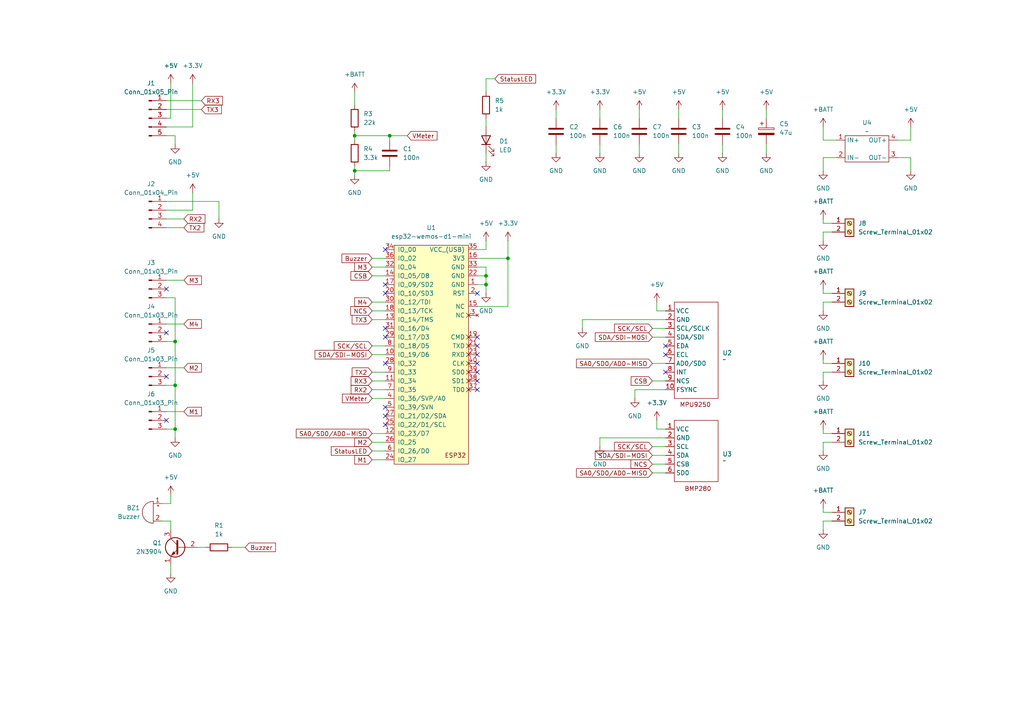
<source format=kicad_sch>
(kicad_sch (version 20250114) (generator "eeschema") (generator_version "9.0")
  (paper "A4")
  (lib_symbols
    (symbol "Connector:Conn_01x03_Pin" (pin_names (offset 1.016) (hide yes))
      (property "Reference" "J" (at 0 5.08 0))
      (property "Value" "Conn_01x03_Pin" (at 0 -5.08 0))
      (symbol "Conn_01x03_Pin_1_1"
        (rectangle (start 0.8636 2.667) (end 0 2.413) (stroke (width 0.1524)) (fill (type outline)))
        (rectangle (start 0.8636 0.127) (end 0 -0.127) (stroke (width 0.1524)) (fill (type outline)))
        (rectangle (start 0.8636 -2.413) (end 0 -2.667) (stroke (width 0.1524)) (fill (type outline)))
        (polyline (pts (xy 1.27 2.54) (xy 0.8636 2.54)) (stroke (width 0.1524)))
        (polyline (pts (xy 1.27 0) (xy 0.8636 0)) (stroke (width 0.1524)))
        (polyline (pts (xy 1.27 -2.54) (xy 0.8636 -2.54)) (stroke (width 0.1524)))
        (pin passive line (at 5.08 2.54 180) (length 3.81) (name "Pin_1") (number "1"))
        (pin passive line (at 5.08 0 180) (length 3.81) (name "Pin_2") (number "2"))
        (pin passive line (at 5.08 -2.54 180) (length 3.81) (name "Pin_3") (number "3"))
      )
    )
    (symbol "Connector:Conn_01x04_Pin" (pin_names (offset 1.016) (hide yes))
      (property "Reference" "J" (at 0 5.08 0))
      (property "Value" "Conn_01x04_Pin" (at 0 -7.62 0))
      (symbol "Conn_01x04_Pin_1_1"
        (rectangle (start 0.8636 2.667) (end 0 2.413) (stroke (width 0.1524)) (fill (type outline)))
        (rectangle (start 0.8636 0.127) (end 0 -0.127) (stroke (width 0.1524)) (fill (type outline)))
        (rectangle (start 0.8636 -2.413) (end 0 -2.667) (stroke (width 0.1524)) (fill (type outline)))
        (rectangle (start 0.8636 -4.953) (end 0 -5.207) (stroke (width 0.1524)) (fill (type outline)))
        (polyline (pts (xy 1.27 2.54) (xy 0.8636 2.54)) (stroke (width 0.1524)))
        (polyline (pts (xy 1.27 0) (xy 0.8636 0)) (stroke (width 0.1524)))
        (polyline (pts (xy 1.27 -2.54) (xy 0.8636 -2.54)) (stroke (width 0.1524)))
        (polyline (pts (xy 1.27 -5.08) (xy 0.8636 -5.08)) (stroke (width 0.1524)))
        (pin passive line (at 5.08 2.54 180) (length 3.81) (name "Pin_1") (number "1"))
        (pin passive line (at 5.08 0 180) (length 3.81) (name "Pin_2") (number "2"))
        (pin passive line (at 5.08 -2.54 180) (length 3.81) (name "Pin_3") (number "3"))
        (pin passive line (at 5.08 -5.08 180) (length 3.81) (name "Pin_4") (number "4"))
      )
    )
    (symbol "Connector:Conn_01x05_Pin" (pin_names (offset 1.016) (hide yes))
      (property "Reference" "J" (at 0 7.62 0))
      (property "Value" "Conn_01x05_Pin" (at 0 -7.62 0))
      (symbol "Conn_01x05_Pin_1_1"
        (rectangle (start 0.8636 5.207) (end 0 4.953) (stroke (width 0.1524)) (fill (type outline)))
        (rectangle (start 0.8636 2.667) (end 0 2.413) (stroke (width 0.1524)) (fill (type outline)))
        (rectangle (start 0.8636 0.127) (end 0 -0.127) (stroke (width 0.1524)) (fill (type outline)))
        (rectangle (start 0.8636 -2.413) (end 0 -2.667) (stroke (width 0.1524)) (fill (type outline)))
        (rectangle (start 0.8636 -4.953) (end 0 -5.207) (stroke (width 0.1524)) (fill (type outline)))
        (polyline (pts (xy 1.27 5.08) (xy 0.8636 5.08)) (stroke (width 0.1524)))
        (polyline (pts (xy 1.27 2.54) (xy 0.8636 2.54)) (stroke (width 0.1524)))
        (polyline (pts (xy 1.27 0) (xy 0.8636 0)) (stroke (width 0.1524)))
        (polyline (pts (xy 1.27 -2.54) (xy 0.8636 -2.54)) (stroke (width 0.1524)))
        (polyline (pts (xy 1.27 -5.08) (xy 0.8636 -5.08)) (stroke (width 0.1524)))
        (pin passive line (at 5.08 5.08 180) (length 3.81) (name "Pin_1") (number "1"))
        (pin passive line (at 5.08 2.54 180) (length 3.81) (name "Pin_2") (number "2"))
        (pin passive line (at 5.08 0 180) (length 3.81) (name "Pin_3") (number "3"))
        (pin passive line (at 5.08 -2.54 180) (length 3.81) (name "Pin_4") (number "4"))
        (pin passive line (at 5.08 -5.08 180) (length 3.81) (name "Pin_5") (number "5"))
      )
    )
    (symbol "Connector:Screw_Terminal_01x02" (pin_names (offset 1.016) (hide yes))
      (property "Reference" "J" (at 0 2.54 0))
      (property "Value" "Screw_Terminal_01x02" (at 0 -5.08 0))
      (symbol "Screw_Terminal_01x02_1_1"
        (rectangle (start -1.27 1.27) (end 1.27 -3.81) (stroke (width 0.254)) (fill (type background)))
        (polyline (pts (xy -0.5334 0.3302) (xy 0.3302 -0.508)) (stroke (width 0.1524)))
        (polyline (pts (xy -0.5334 -2.2098) (xy 0.3302 -3.048)) (stroke (width 0.1524)))
        (polyline (pts (xy -0.3556 0.508) (xy 0.508 -0.3302)) (stroke (width 0.1524)))
        (polyline (pts (xy -0.3556 -2.032) (xy 0.508 -2.8702)) (stroke (width 0.1524)))
        (circle (center 0 0) (radius 0.635) (stroke (width 0.1524)))
        (circle (center 0 -2.54) (radius 0.635) (stroke (width 0.1524)))
        (pin passive line (at -5.08 0 0) (length 3.81) (name "Pin_1") (number "1"))
        (pin passive line (at -5.08 -2.54 0) (length 3.81) (name "Pin_2") (number "2"))
      )
    )
    (symbol "Device:Buzzer" (pin_names (offset 0.0254) (hide yes))
      (property "Reference" "BZ" (at 3.81 1.27 0))
      (property "Value" "Buzzer" (at 3.81 -1.27 0))
      (symbol "Buzzer_0_1"
        (polyline (pts (xy -1.651 1.905) (xy -1.143 1.905)))
        (polyline (pts (xy -1.397 2.159) (xy -1.397 1.651)))
        (arc (start 0 3.175) (mid 3.1612 0) (end 0 -3.175))
        (polyline (pts (xy 0 3.175) (xy 0 -3.175)))
      )
      (symbol "Buzzer_1_1"
        (pin passive line (at -2.54 2.54 0) (length 2.54) (name "+") (number "1"))
        (pin passive line (at -2.54 -2.54 0) (length 2.54) (name "-") (number "2"))
      )
    )
    (symbol "Device:C" (pin_numbers (hide yes)) (pin_names (offset 0.254))
      (property "Reference" "C" (at 0.635 2.54 0))
      (property "Value" "C" (at 0.635 -2.54 0))
      (symbol "C_0_1"
        (polyline (pts (xy -2.032 0.762) (xy 2.032 0.762)) (stroke (width 0.508)))
        (polyline (pts (xy -2.032 -0.762) (xy 2.032 -0.762)) (stroke (width 0.508)))
      )
      (symbol "C_1_1"
        (pin passive line (at 0 3.81 270) (length 2.794) (name "~") (number "1"))
        (pin passive line (at 0 -3.81 90) (length 2.794) (name "~") (number "2"))
      )
    )
    (symbol "Device:C_Polarized" (pin_numbers (hide yes)) (pin_names (offset 0.254))
      (property "Reference" "C" (at 0.635 2.54 0))
      (property "Value" "C_Polarized" (at 0.635 -2.54 0))
      (symbol "C_Polarized_0_1"
        (rectangle (start -2.286 0.508) (end 2.286 1.016))
        (polyline (pts (xy -1.778 2.286) (xy -0.762 2.286)))
        (polyline (pts (xy -1.27 2.794) (xy -1.27 1.778)))
        (rectangle (start 2.286 -0.508) (end -2.286 -1.016) (fill (type outline)))
      )
      (symbol "C_Polarized_1_1"
        (pin passive line (at 0 3.81 270) (length 2.794) (name "~") (number "1"))
        (pin passive line (at 0 -3.81 90) (length 2.794) (name "~") (number "2"))
      )
    )
    (symbol "Device:LED" (pin_numbers (hide yes)) (pin_names (offset 1.016) (hide yes))
      (property "Reference" "D" (at 0 2.54 0))
      (property "Value" "LED" (at 0 -2.54 0))
      (symbol "LED_0_1"
        (polyline (pts (xy -3.048 -0.762) (xy -4.572 -2.286) (xy -3.81 -2.286) (xy -4.572 -2.286) (xy -4.572 -1.524)))
        (polyline (pts (xy -1.778 -0.762) (xy -3.302 -2.286) (xy -2.54 -2.286) (xy -3.302 -2.286) (xy -3.302 -1.524)))
        (polyline (pts (xy -1.27 0) (xy 1.27 0)))
        (polyline (pts (xy -1.27 -1.27) (xy -1.27 1.27)) (stroke (width 0.254)))
        (polyline (pts (xy 1.27 -1.27) (xy 1.27 1.27) (xy -1.27 0) (xy 1.27 -1.27)) (stroke (width 0.254)))
      )
      (symbol "LED_1_1"
        (pin passive line (at -3.81 0 0) (length 2.54) (name "K") (number "1"))
        (pin passive line (at 3.81 0 180) (length 2.54) (name "A") (number "2"))
      )
    )
    (symbol "Device:R" (pin_numbers (hide yes)) (pin_names (offset 0))
      (property "Reference" "R" (at 2.032 0 90))
      (property "Value" "R" (at 0 0 90))
      (symbol "R_0_1"
        (rectangle (start -1.016 -2.54) (end 1.016 2.54) (stroke (width 0.254)))
      )
      (symbol "R_1_1"
        (pin passive line (at 0 3.81 270) (length 1.27) (name "~") (number "1"))
        (pin passive line (at 0 -3.81 90) (length 1.27) (name "~") (number "2"))
      )
    )
    (symbol "Transistor_BJT:2N3904" (pin_names (offset 0) (hide yes))
      (property "Reference" "Q" (at 5.08 1.905 0))
      (property "Value" "2N3904" (at 5.08 0 0))
      (symbol "2N3904_0_1"
        (polyline (pts (xy -2.54 0) (xy 0.635 0)))
        (polyline (pts (xy 0.635 1.905) (xy 0.635 -1.905)) (stroke (width 0.508)))
        (circle (center 1.27 0) (radius 2.8194) (stroke (width 0.254)))
      )
      (symbol "2N3904_1_1"
        (polyline (pts (xy 0.635 0.635) (xy 2.54 2.54)))
        (polyline (pts (xy 0.635 -0.635) (xy 2.54 -2.54)))
        (polyline (pts (xy 1.27 -1.778) (xy 1.778 -1.27) (xy 2.286 -2.286) (xy 1.27 -1.778)) (fill (type outline)))
        (pin input line (at -5.08 0 0) (length 2.54) (name "B") (number "2"))
        (pin passive line (at 2.54 5.08 270) (length 2.54) (name "C") (number "3"))
        (pin passive line (at 2.54 -5.08 90) (length 2.54) (name "E") (number "1"))
      )
    )
    (symbol "esp32-wemos-d1-mini:bmp280"
      (property "Reference" "U" (at 0 0 0))
      (symbol "bmp280_0_1"
        (rectangle (start -6.35 -1.27) (end 6.35 -19.05))
      )
      (symbol "bmp280_1_1"
        (text "BMP280" (at 0.508 -21.082 0) (effects (font (size 1.27 1.27))))
        (pin power_in line (at -8.89 -3.81 0) (length 2.54) (name "VCC") (number "1"))
        (pin power_in line (at -8.89 -6.35 0) (length 2.54) (name "GND") (number "2"))
        (pin input line (at -8.89 -8.89 0) (length 2.54) (name "SCL") (number "3"))
        (pin bidirectional line (at -8.89 -11.43 0) (length 2.54) (name "SDA") (number "4"))
        (pin input line (at -8.89 -13.97 0) (length 2.54) (name "CSB") (number "5"))
        (pin output line (at -8.89 -16.51 0) (length 2.54) (name "SD0") (number "6"))
      )
    )
    (symbol "esp32-wemos-d1-mini:esp32-wemos-d1-mini" (pin_names (offset 1.016))
      (property "Reference" "U1" (at 0.635 3.81 0))
      (property "Value" "esp32-wemos-d1-mini" (at 0.635 1.27 0))
      (symbol "esp32-wemos-d1-mini_0_0"
        (text "ESP32" (at 7.62 -62.23 0) (effects (font (size 1.27 1.27))))
        (pin bidirectional line (at -12.7 -45.72 0) (length 2.54) (name "IO_36/SVP/A0") (number "4"))
        (pin bidirectional line (at -12.7 -48.26 0) (length 2.54) (name "IO_39/SVN") (number "5"))
        (pin power_in line (at 13.97 -12.7 180) (length 2.54) (name "GND") (number "1"))
        (pin input line (at 13.97 -15.24 180) (length 2.54) (name "RST") (number "2"))
        (pin no_connect non_logic (at 13.97 -21.59 180) (length 2.54) (name "NC") (number "3"))
      )
      (symbol "esp32-wemos-d1-mini_0_1"
        (rectangle (start -10.16 -1.27) (end 11.43 -64.77) (fill (type background)))
      )
      (symbol "esp32-wemos-d1-mini_1_1"
        (pin bidirectional line (at -12.7 -2.54 0) (length 2.54) (name "IO_00") (number "34"))
        (pin bidirectional line (at -12.7 -5.08 0) (length 2.54) (name "IO_02") (number "36"))
        (pin bidirectional line (at -12.7 -7.62 0) (length 2.54) (name "IO_04") (number "32"))
        (pin bidirectional line (at -12.7 -10.16 0) (length 2.54) (name "IO_05/D8") (number "14"))
        (pin bidirectional line (at -12.7 -12.7 0) (length 2.54) (name "IO_09/SD2") (number "17"))
        (pin bidirectional line (at -12.7 -15.24 0) (length 2.54) (name "IO_10/SD3") (number "20"))
        (pin bidirectional line (at -12.7 -17.78 0) (length 2.54) (name "IO_12/TDI") (number "30"))
        (pin bidirectional line (at -12.7 -20.32 0) (length 2.54) (name "IO_13/TCK") (number "18"))
        (pin bidirectional line (at -12.7 -22.86 0) (length 2.54) (name "IO_14/TMS") (number "13"))
        (pin bidirectional line (at -12.7 -25.4 0) (length 2.54) (name "IO_16/D4") (number "31"))
        (pin bidirectional line (at -12.7 -27.94 0) (length 2.54) (name "IO_17/D3") (number "29"))
        (pin bidirectional line (at -12.7 -30.48 0) (length 2.54) (name "IO_18/D5") (number "8"))
        (pin bidirectional line (at -12.7 -33.02 0) (length 2.54) (name "IO_19/D6") (number "10"))
        (pin bidirectional line (at -12.7 -35.56 0) (length 2.54) (name "IO_32") (number "28"))
        (pin bidirectional line (at -12.7 -38.1 0) (length 2.54) (name "IO_33") (number "9"))
        (pin bidirectional line (at -12.7 -40.64 0) (length 2.54) (name "IO_34") (number "11"))
        (pin bidirectional line (at -12.7 -43.18 0) (length 2.54) (name "IO_35") (number "7"))
        (pin bidirectional line (at -12.7 -50.8 0) (length 2.54) (name "IO_21/D2/SDA") (number "27"))
        (pin bidirectional line (at -12.7 -53.34 0) (length 2.54) (name "IO_22/D1/SCL") (number "25"))
        (pin bidirectional line (at -12.7 -55.88 0) (length 2.54) (name "IO_23/D7") (number "12"))
        (pin bidirectional line (at -12.7 -58.42 0) (length 2.54) (name "IO_25") (number "26"))
        (pin bidirectional line (at -12.7 -60.96 0) (length 2.54) (name "IO_26/D0") (number "6"))
        (pin bidirectional line (at -12.7 -63.5 0) (length 2.54) (name "IO_27") (number "24"))
        (pin power_in line (at 13.97 -2.54 180) (length 2.54) (name "VCC_(USB)") (number "35"))
        (pin power_in line (at 13.97 -5.08 180) (length 2.54) (name "3V3") (number "16"))
        (pin power_in line (at 13.97 -7.62 180) (length 2.54) (name "GND") (number "33"))
        (pin power_in line (at 13.97 -10.16 180) (length 2.54) (name "GND") (number "22"))
        (pin free line (at 13.97 -19.05 180) (length 2.54) (name "NC") (number "15"))
        (pin passive non_logic (at 13.97 -27.94 180) (length 2.54) (name "CMD") (number "19"))
        (pin passive non_logic (at 13.97 -30.48 180) (length 2.54) (name "TXD") (number "21"))
        (pin passive non_logic (at 13.97 -33.02 180) (length 2.54) (name "RXD") (number "23"))
        (pin passive non_logic (at 13.97 -35.56 180) (length 2.54) (name "CLK") (number "40"))
        (pin passive non_logic (at 13.97 -38.1 180) (length 2.54) (name "SD0") (number "39"))
        (pin passive non_logic (at 13.97 -40.64 180) (length 2.54) (name "SD1") (number "38"))
        (pin passive non_logic (at 13.97 -43.18 180) (length 2.54) (name "TD0") (number "37"))
      )
    )
    (symbol "esp32-wemos-d1-mini:xl4005 DC-DC stepdown module"
      (property "Reference" "U" (at 0 0 0))
      (symbol "xl4005 DC-DC stepdown module_0_1"
        (rectangle (start -6.35 -2.54) (end 6.35 -10.16))
      )
      (symbol "xl4005 DC-DC stepdown module_1_1"
        (pin power_in line (at -8.89 -3.81 0) (length 2.54) (name "IN+") (number "1"))
        (pin power_in line (at -8.89 -8.89 0) (length 2.54) (name "IN-") (number "2"))
        (pin power_out line (at 8.89 -3.81 180) (length 2.54) (name "OUT+") (number "4"))
        (pin power_out line (at 8.89 -8.89 180) (length 2.54) (name "OUT-") (number "3"))
      )
    )
    (symbol "mpu9250_1"
      (property "Reference" "U" (at 0 0 0))
      (symbol "mpu9250_1_0_1"
        (rectangle (start -6.35 -1.27) (end 6.35 -29.21))
      )
      (symbol "mpu9250_1_1_1"
        (text "MPU9250" (at -0.254 -30.988 0) (effects (font (size 1.27 1.27))))
        (pin power_in line (at -8.89 -3.81 0) (length 2.54) (name "VCC") (number "1"))
        (pin power_in line (at -8.89 -6.35 0) (length 2.54) (name "GND") (number "2"))
        (pin input line (at -8.89 -8.89 0) (length 2.54) (name "SCL/SCLK") (number "3"))
        (pin bidirectional line (at -8.89 -11.43 0) (length 2.54) (name "SDA/SDI") (number "4"))
        (pin output line (at -8.89 -13.97 0) (length 2.54) (name "EDA") (number "5"))
        (pin bidirectional line (at -8.89 -16.51 0) (length 2.54) (name "ECL") (number "6"))
        (pin bidirectional line (at -8.89 -19.05 0) (length 2.54) (name "AD0/SD0") (number "7"))
        (pin output line (at -8.89 -21.59 0) (length 2.54) (name "INT") (number "8"))
        (pin input line (at -8.89 -24.13 0) (length 2.54) (name "NCS") (number "9"))
        (pin output line (at -8.89 -26.67 0) (length 2.54) (name "FSYNC") (number "10"))
      )
    )
    (symbol "power:+3.3V" (power) (pin_numbers (hide yes)) (pin_names (offset 0) (hide yes))
      (property "Value" "+3.3V" (at 0 3.556 0))
      (symbol "+3.3V_0_1"
        (polyline (pts (xy -0.762 1.27) (xy 0 2.54)))
        (polyline (pts (xy 0 2.54) (xy 0.762 1.27)))
        (polyline (pts (xy 0 0) (xy 0 2.54)))
      )
      (symbol "+3.3V_1_1"
        (pin power_in line (at 0 0 90) (length 0) (name "~") (number "1"))
      )
    )
    (symbol "power:+5V" (power) (pin_numbers (hide yes)) (pin_names (offset 0) (hide yes))
      (property "Value" "+5V" (at 0 3.556 0))
      (symbol "+5V_0_1"
        (polyline (pts (xy -0.762 1.27) (xy 0 2.54)))
        (polyline (pts (xy 0 2.54) (xy 0.762 1.27)))
        (polyline (pts (xy 0 0) (xy 0 2.54)))
      )
      (symbol "+5V_1_1"
        (pin power_in line (at 0 0 90) (length 0) (name "~") (number "1"))
      )
    )
    (symbol "power:+BATT" (power) (pin_numbers (hide yes)) (pin_names (offset 0) (hide yes))
      (property "Value" "+BATT" (at 0 3.556 0))
      (symbol "+BATT_0_1"
        (polyline (pts (xy -0.762 1.27) (xy 0 2.54)))
        (polyline (pts (xy 0 2.54) (xy 0.762 1.27)))
        (polyline (pts (xy 0 0) (xy 0 2.54)))
      )
      (symbol "+BATT_1_1"
        (pin power_in line (at 0 0 90) (length 0) (name "~") (number "1"))
      )
    )
    (symbol "power:GND" (power) (pin_numbers (hide yes)) (pin_names (offset 0) (hide yes))
      (property "Value" "GND" (at 0 -3.81 0))
      (symbol "GND_0_1"
        (polyline (pts (xy 0 0) (xy 0 -1.27) (xy 1.27 -1.27) (xy 0 -2.54) (xy -1.27 -1.27) (xy 0 -1.27)))
      )
      (symbol "GND_1_1"
        (pin power_in line (at 0 0 270) (length 0) (name "~") (number "1"))
      )
    )
  )
  (junction (at 102.87 39.37))
  (junction (at 147.32 74.93))
  (junction (at 50.8 99.06))
  (junction (at 140.97 80.01))
  (junction (at 50.8 124.46))
  (junction (at 102.87 49.53))
  (junction (at 113.03 39.37))
  (junction (at 140.97 82.55))
  (junction (at 50.8 111.76))
  (no_connect (at 193.04 100.33))
  (no_connect (at 193.04 107.95))
  (no_connect (at 138.43 110.49))
  (no_connect (at 111.76 105.41))
  (no_connect (at 138.43 107.95))
  (no_connect (at 48.26 83.82))
  (no_connect (at 111.76 72.39))
  (no_connect (at 138.43 102.87))
  (no_connect (at 193.04 102.87))
  (no_connect (at 111.76 118.11))
  (no_connect (at 111.76 123.19))
  (no_connect (at 48.26 109.22))
  (no_connect (at 138.43 85.09))
  (no_connect (at 138.43 100.33))
  (no_connect (at 111.76 85.09))
  (no_connect (at 138.43 105.41))
  (no_connect (at 48.26 96.52))
  (no_connect (at 48.26 121.92))
  (no_connect (at 138.43 97.79))
  (no_connect (at 111.76 82.55))
  (no_connect (at 111.76 120.65))
  (no_connect (at 138.43 113.03))
  (no_connect (at 111.76 95.25))
  (no_connect (at 111.76 97.79))
  (wire (pts (xy 111.76 115.57) (xy 107.95 115.57)))
  (wire (pts (xy 57.15 158.75) (xy 59.69 158.75)))
  (wire (pts (xy 185.42 31.75) (xy 185.42 34.29)))
  (wire (pts (xy 241.3 148.59) (xy 238.76 148.59)))
  (wire (pts (xy 241.3 128.27) (xy 238.76 128.27)))
  (wire (pts (xy 238.76 67.31) (xy 238.76 69.85)))
  (wire (pts (xy 140.97 72.39) (xy 138.43 72.39)))
  (wire (pts (xy 107.95 113.03) (xy 111.76 113.03)))
  (wire (pts (xy 189.23 110.49) (xy 193.04 110.49)))
  (wire (pts (xy 138.43 80.01) (xy 140.97 80.01)))
  (wire (pts (xy 102.87 49.53) (xy 102.87 50.8)))
  (wire (pts (xy 241.3 105.41) (xy 238.76 105.41)))
  (wire (pts (xy 48.26 81.28) (xy 53.34 81.28)))
  (wire (pts (xy 238.76 40.64) (xy 238.76 36.83)))
  (wire (pts (xy 50.8 39.37) (xy 50.8 41.91)))
  (wire (pts (xy 189.23 95.25) (xy 193.04 95.25)))
  (wire (pts (xy 242.57 40.64) (xy 238.76 40.64)))
  (wire (pts (xy 147.32 74.93) (xy 138.43 74.93)))
  (wire (pts (xy 48.26 31.75) (xy 58.42 31.75)))
  (wire (pts (xy 107.95 128.27) (xy 111.76 128.27)))
  (wire (pts (xy 238.76 151.13) (xy 238.76 153.67)))
  (wire (pts (xy 161.29 31.75) (xy 161.29 34.29)))
  (wire (pts (xy 147.32 69.85) (xy 147.32 74.93)))
  (wire (pts (xy 107.95 92.71) (xy 111.76 92.71)))
  (wire (pts (xy 189.23 105.41) (xy 193.04 105.41)))
  (wire (pts (xy 107.95 133.35) (xy 111.76 133.35)))
  (wire (pts (xy 49.53 34.29) (xy 48.26 34.29)))
  (wire (pts (xy 46.99 151.13) (xy 49.53 151.13)))
  (wire (pts (xy 48.26 86.36) (xy 50.8 86.36)))
  (wire (pts (xy 50.8 99.06) (xy 50.8 111.76)))
  (wire (pts (xy 196.85 31.75) (xy 196.85 34.29)))
  (wire (pts (xy 189.23 129.54) (xy 193.04 129.54)))
  (wire (pts (xy 173.99 127) (xy 173.99 129.54)))
  (wire (pts (xy 49.53 163.83) (xy 49.53 166.37)))
  (wire (pts (xy 107.95 107.95) (xy 111.76 107.95)))
  (wire (pts (xy 48.26 58.42) (xy 63.5 58.42)))
  (wire (pts (xy 264.16 45.72) (xy 264.16 49.53)))
  (wire (pts (xy 241.3 67.31) (xy 238.76 67.31)))
  (wire (pts (xy 113.03 49.53) (xy 102.87 49.53)))
  (wire (pts (xy 48.26 66.04) (xy 53.34 66.04)))
  (wire (pts (xy 238.76 45.72) (xy 242.57 45.72)))
  (wire (pts (xy 241.3 151.13) (xy 238.76 151.13)))
  (wire (pts (xy 260.35 40.64) (xy 264.16 40.64)))
  (wire (pts (xy 140.97 22.86) (xy 140.97 26.67)))
  (wire (pts (xy 48.26 124.46) (xy 50.8 124.46)))
  (wire (pts (xy 238.76 85.09) (xy 238.76 83.82)))
  (wire (pts (xy 241.3 85.09) (xy 238.76 85.09)))
  (wire (pts (xy 168.91 92.71) (xy 168.91 95.25)))
  (wire (pts (xy 161.29 41.91) (xy 161.29 44.45)))
  (wire (pts (xy 143.51 22.86) (xy 140.97 22.86)))
  (wire (pts (xy 48.26 111.76) (xy 50.8 111.76)))
  (wire (pts (xy 241.3 107.95) (xy 238.76 107.95)))
  (wire (pts (xy 193.04 92.71) (xy 168.91 92.71)))
  (wire (pts (xy 241.3 87.63) (xy 238.76 87.63)))
  (wire (pts (xy 140.97 82.55) (xy 138.43 82.55)))
  (wire (pts (xy 238.76 107.95) (xy 238.76 110.49)))
  (wire (pts (xy 48.26 119.38) (xy 53.34 119.38)))
  (wire (pts (xy 102.87 38.1) (xy 102.87 39.37)))
  (wire (pts (xy 190.5 121.92) (xy 190.5 124.46)))
  (wire (pts (xy 238.76 125.73) (xy 238.76 124.46)))
  (wire (pts (xy 185.42 41.91) (xy 185.42 44.45)))
  (wire (pts (xy 190.5 87.63) (xy 190.5 90.17)))
  (wire (pts (xy 140.97 77.47) (xy 140.97 80.01)))
  (wire (pts (xy 48.26 36.83) (xy 55.88 36.83)))
  (wire (pts (xy 107.95 87.63) (xy 111.76 87.63)))
  (wire (pts (xy 193.04 113.03) (xy 184.15 113.03)))
  (wire (pts (xy 241.3 125.73) (xy 238.76 125.73)))
  (wire (pts (xy 140.97 80.01) (xy 140.97 82.55)))
  (wire (pts (xy 189.23 137.16) (xy 193.04 137.16)))
  (wire (pts (xy 241.3 64.77) (xy 238.76 64.77)))
  (wire (pts (xy 107.95 125.73) (xy 111.76 125.73)))
  (wire (pts (xy 196.85 41.91) (xy 196.85 44.45)))
  (wire (pts (xy 48.26 60.96) (xy 55.88 60.96)))
  (wire (pts (xy 49.53 146.05) (xy 46.99 146.05)))
  (wire (pts (xy 238.76 148.59) (xy 238.76 147.32)))
  (wire (pts (xy 113.03 39.37) (xy 118.11 39.37)))
  (wire (pts (xy 184.15 113.03) (xy 184.15 115.57)))
  (wire (pts (xy 107.95 130.81) (xy 111.76 130.81)))
  (wire (pts (xy 238.76 49.53) (xy 238.76 45.72)))
  (wire (pts (xy 140.97 34.29) (xy 140.97 36.83)))
  (wire (pts (xy 190.5 124.46) (xy 193.04 124.46)))
  (wire (pts (xy 55.88 36.83) (xy 55.88 24.13)))
  (wire (pts (xy 173.99 41.91) (xy 173.99 44.45)))
  (wire (pts (xy 49.53 143.51) (xy 49.53 146.05)))
  (wire (pts (xy 190.5 90.17) (xy 193.04 90.17)))
  (wire (pts (xy 48.26 93.98) (xy 53.34 93.98)))
  (wire (pts (xy 49.53 153.67) (xy 49.53 151.13)))
  (wire (pts (xy 49.53 24.13) (xy 49.53 34.29)))
  (wire (pts (xy 63.5 58.42) (xy 63.5 63.5)))
  (wire (pts (xy 138.43 88.9) (xy 147.32 88.9)))
  (wire (pts (xy 50.8 86.36) (xy 50.8 99.06)))
  (wire (pts (xy 222.25 41.91) (xy 222.25 44.45)))
  (wire (pts (xy 107.95 74.93) (xy 111.76 74.93)))
  (wire (pts (xy 107.95 80.01) (xy 111.76 80.01)))
  (wire (pts (xy 48.26 29.21) (xy 58.42 29.21)))
  (wire (pts (xy 138.43 77.47) (xy 140.97 77.47)))
  (wire (pts (xy 189.23 132.08) (xy 193.04 132.08)))
  (wire (pts (xy 55.88 60.96) (xy 55.88 55.88)))
  (wire (pts (xy 113.03 48.26) (xy 113.03 49.53)))
  (wire (pts (xy 48.26 106.68) (xy 53.34 106.68)))
  (wire (pts (xy 48.26 99.06) (xy 50.8 99.06)))
  (wire (pts (xy 189.23 97.79) (xy 193.04 97.79)))
  (wire (pts (xy 107.95 110.49) (xy 111.76 110.49)))
  (wire (pts (xy 102.87 39.37) (xy 113.03 39.37)))
  (wire (pts (xy 147.32 88.9) (xy 147.32 74.93)))
  (wire (pts (xy 189.23 134.62) (xy 193.04 134.62)))
  (wire (pts (xy 102.87 39.37) (xy 102.87 40.64)))
  (wire (pts (xy 107.95 102.87) (xy 111.76 102.87)))
  (wire (pts (xy 140.97 44.45) (xy 140.97 46.99)))
  (wire (pts (xy 238.76 105.41) (xy 238.76 104.14)))
  (wire (pts (xy 48.26 63.5) (xy 53.34 63.5)))
  (wire (pts (xy 238.76 128.27) (xy 238.76 130.81)))
  (wire (pts (xy 193.04 127) (xy 173.99 127)))
  (wire (pts (xy 238.76 87.63) (xy 238.76 90.17)))
  (wire (pts (xy 173.99 31.75) (xy 173.99 34.29)))
  (wire (pts (xy 264.16 40.64) (xy 264.16 36.83)))
  (wire (pts (xy 209.55 31.75) (xy 209.55 34.29)))
  (wire (pts (xy 238.76 64.77) (xy 238.76 63.5)))
  (wire (pts (xy 107.95 90.17) (xy 111.76 90.17)))
  (wire (pts (xy 222.25 31.75) (xy 222.25 34.29)))
  (wire (pts (xy 67.31 158.75) (xy 71.12 158.75)))
  (wire (pts (xy 50.8 124.46) (xy 50.8 127)))
  (wire (pts (xy 107.95 77.47) (xy 111.76 77.47)))
  (wire (pts (xy 102.87 48.26) (xy 102.87 49.53)))
  (wire (pts (xy 107.95 100.33) (xy 111.76 100.33)))
  (wire (pts (xy 140.97 69.85) (xy 140.97 72.39)))
  (wire (pts (xy 113.03 39.37) (xy 113.03 40.64)))
  (wire (pts (xy 50.8 111.76) (xy 50.8 124.46)))
  (wire (pts (xy 140.97 82.55) (xy 140.97 85.09)))
  (wire (pts (xy 102.87 26.67) (xy 102.87 30.48)))
  (wire (pts (xy 260.35 45.72) (xy 264.16 45.72)))
  (wire (pts (xy 209.55 41.91) (xy 209.55 44.45)))
  (wire (pts (xy 50.8 39.37) (xy 48.26 39.37)))
  (global_label "TX2" (shape input) (at 53.34 66.04 0) (property "Intersheetrefs" "${INTERSHEET_REFS}" (effects (hide yes))))
  (global_label "RX2" (shape input) (at 107.95 113.03 180) (property "Intersheetrefs" "${INTERSHEET_REFS}" (effects (hide yes))))
  (global_label "Buzzer" (shape input) (at 107.95 74.93 180) (property "Intersheetrefs" "${INTERSHEET_REFS}" (effects (hide yes))))
  (global_label "StatusLED" (shape input) (at 143.51 22.86 0) (property "Intersheetrefs" "${INTERSHEET_REFS}" (effects (hide yes))))
  (global_label "M3" (shape input) (at 53.34 81.28 0) (property "Intersheetrefs" "${INTERSHEET_REFS}" (effects (hide yes))))
  (global_label "M1" (shape input) (at 107.95 133.35 180) (property "Intersheetrefs" "${INTERSHEET_REFS}" (effects (hide yes))))
  (global_label "TX3" (shape input) (at 58.42 31.75 0) (property "Intersheetrefs" "${INTERSHEET_REFS}" (effects (hide yes))))
  (global_label "NCS" (shape input) (at 107.95 90.17 180) (property "Intersheetrefs" "${INTERSHEET_REFS}" (effects (hide yes))))
  (global_label "M4" (shape input) (at 107.95 87.63 180) (property "Intersheetrefs" "${INTERSHEET_REFS}" (effects (hide yes))))
  (global_label "M2" (shape input) (at 107.95 128.27 180) (property "Intersheetrefs" "${INTERSHEET_REFS}" (effects (hide yes))))
  (global_label "SA0{slash}SD0{slash}AD0-MISO" (shape input) (at 189.23 137.16 180) (property "Intersheetrefs" "${INTERSHEET_REFS}" (effects (hide yes))))
  (global_label "RX3" (shape input) (at 58.42 29.21 0) (property "Intersheetrefs" "${INTERSHEET_REFS}" (effects (hide yes))))
  (global_label "SDA{slash}SDI-MOSI" (shape input) (at 107.95 102.87 180) (property "Intersheetrefs" "${INTERSHEET_REFS}" (effects (hide yes))))
  (global_label "SCK{slash}SCL" (shape input) (at 107.95 100.33 180) (property "Intersheetrefs" "${INTERSHEET_REFS}" (effects (hide yes))))
  (global_label "SCK{slash}SCL" (shape input) (at 189.23 95.25 180) (property "Intersheetrefs" "${INTERSHEET_REFS}" (effects (hide yes))))
  (global_label "M3" (shape input) (at 107.95 77.47 180) (property "Intersheetrefs" "${INTERSHEET_REFS}" (effects (hide yes))))
  (global_label "M2" (shape input) (at 53.34 106.68 0) (property "Intersheetrefs" "${INTERSHEET_REFS}" (effects (hide yes))))
  (global_label "VMeter" (shape input) (at 118.11 39.37 0) (property "Intersheetrefs" "${INTERSHEET_REFS}" (effects (hide yes))))
  (global_label "Buzzer" (shape input) (at 71.12 158.75 0) (property "Intersheetrefs" "${INTERSHEET_REFS}" (effects (hide yes))))
  (global_label "SDA{slash}SDI-MOSI" (shape input) (at 189.23 132.08 180) (property "Intersheetrefs" "${INTERSHEET_REFS}" (effects (hide yes))))
  (global_label "M4" (shape input) (at 53.34 93.98 0) (property "Intersheetrefs" "${INTERSHEET_REFS}" (effects (hide yes))))
  (global_label "RX2" (shape input) (at 53.34 63.5 0) (property "Intersheetrefs" "${INTERSHEET_REFS}" (effects (hide yes))))
  (global_label "StatusLED" (shape input) (at 107.95 130.81 180) (property "Intersheetrefs" "${INTERSHEET_REFS}" (effects (hide yes))))
  (global_label "M1" (shape input) (at 53.34 119.38 0) (property "Intersheetrefs" "${INTERSHEET_REFS}" (effects (hide yes))))
  (global_label "RX3" (shape input) (at 107.95 110.49 180) (property "Intersheetrefs" "${INTERSHEET_REFS}" (effects (hide yes))))
  (global_label "CSB" (shape input) (at 189.23 110.49 180) (property "Intersheetrefs" "${INTERSHEET_REFS}" (effects (hide yes))))
  (global_label "TX2" (shape input) (at 107.95 107.95 180) (property "Intersheetrefs" "${INTERSHEET_REFS}" (effects (hide yes))))
  (global_label "SCK{slash}SCL" (shape input) (at 189.23 129.54 180) (property "Intersheetrefs" "${INTERSHEET_REFS}" (effects (hide yes))))
  (global_label "SA0{slash}SD0{slash}AD0-MISO" (shape input) (at 189.23 105.41 180) (property "Intersheetrefs" "${INTERSHEET_REFS}" (effects (hide yes))))
  (global_label "VMeter" (shape input) (at 107.95 115.57 180) (property "Intersheetrefs" "${INTERSHEET_REFS}" (effects (hide yes))))
  (global_label "SDA{slash}SDI-MOSI" (shape input) (at 189.23 97.79 180) (property "Intersheetrefs" "${INTERSHEET_REFS}" (effects (hide yes))))
  (global_label "NCS" (shape input) (at 189.23 134.62 180) (property "Intersheetrefs" "${INTERSHEET_REFS}" (effects (hide yes))))
  (global_label "CSB" (shape input) (at 107.95 80.01 180) (property "Intersheetrefs" "${INTERSHEET_REFS}" (effects (hide yes))))
  (global_label "TX3" (shape input) (at 107.95 92.71 180) (property "Intersheetrefs" "${INTERSHEET_REFS}" (effects (hide yes))))
  (global_label "SA0{slash}SD0{slash}AD0-MISO" (shape input) (at 107.95 125.73 180) (property "Intersheetrefs" "${INTERSHEET_REFS}" (effects (hide yes))))
  (symbol (lib_id "Connector:Screw_Terminal_01x02") (at 246.38 85.09 0) (unit 1)
    (property "Reference" "J9" (at 248.92 85.0899 0) (effects (justify left)))
    (property "Value" "Screw_Terminal_01x02" (at 248.92 87.6299 0) (effects (justify left)))
    (property "Footprint" "Connector_Wire:SolderWire-2.5sqmm_1x02_P8.8mm_D2.4mm_OD4.4mm" (effects (hide yes)))
    (property "Description" "Generic screw terminal, single row, 01x02, script generated (kicad-library-utils/schlib/autogen/connector/)" (effects (hide yes)))
  )
  (symbol (lib_id "Device:R") (at 102.87 34.29 0) (unit 1)
    (property "Reference" "R3" (at 105.41 33.0199 0) (effects (justify left)))
    (property "Value" "22k" (at 105.41 35.5599 0) (effects (justify left)))
    (property "Footprint" "Resistor_THT:R_Axial_DIN0207_L6.3mm_D2.5mm_P10.16mm_Horizontal" (effects (hide yes)))
    (property "Description" "Resistor" (effects (hide yes)))
  )
  (symbol (lib_id "power:GND") (at 238.76 153.67 0) (unit 1)
    (property "Reference" "#PWR042" (effects (hide yes)))
    (property "Value" "GND" (at 238.76 158.75 0))
    (property "Description" "Power symbol creates a global label with name \"GND\" , ground" (effects (hide yes)))
  )
  (symbol (lib_id "power:+3.3V") (at 161.29 31.75 0) (unit 1)
    (property "Reference" "#PWR016" (effects (hide yes)))
    (property "Value" "+3.3V" (at 161.29 26.67 0))
    (property "Description" "Power symbol creates a global label with name \"+3.3V\"" (effects (hide yes)))
  )
  (symbol (lib_id "power:GND") (at 238.76 69.85 0) (unit 1)
    (property "Reference" "#PWR033" (effects (hide yes)))
    (property "Value" "GND" (at 238.76 74.93 0))
    (property "Description" "Power symbol creates a global label with name \"GND\" , ground" (effects (hide yes)))
  )
  (symbol (lib_id "power:GND") (at 102.87 50.8 0) (unit 1)
    (property "Reference" "#PWR011" (effects (hide yes)))
    (property "Value" "GND" (at 102.87 55.88 0))
    (property "Description" "Power symbol creates a global label with name \"GND\" , ground" (effects (hide yes)))
  )
  (symbol (lib_id "power:GND") (at 168.91 95.25 0) (unit 1)
    (property "Reference" "#PWR018" (effects (hide yes)))
    (property "Value" "GND" (at 168.91 100.33 0))
    (property "Description" "Power symbol creates a global label with name \"GND\" , ground" (effects (hide yes)))
  )
  (symbol (lib_id "Connector:Screw_Terminal_01x02") (at 246.38 148.59 0) (unit 1)
    (property "Reference" "J7" (at 248.92 148.5899 0) (effects (justify left)))
    (property "Value" "Screw_Terminal_01x02" (at 248.92 151.1299 0) (effects (justify left)))
    (property "Footprint" "Connector_Wire:SolderWire-2.5sqmm_1x02_P8.8mm_D2.4mm_OD4.4mm" (effects (hide yes)))
    (property "Description" "Generic screw terminal, single row, 01x02, script generated (kicad-library-utils/schlib/autogen/connector/)" (effects (hide yes)))
  )
  (symbol (lib_id "Connector:Conn_01x03_Pin") (at 43.18 83.82 0) (unit 1)
    (property "Reference" "J3" (at 43.815 76.2 0))
    (property "Value" "Conn_01x03_Pin" (at 43.815 78.74 0))
    (property "Footprint" "Connector_PinHeader_2.54mm:PinHeader_1x03_P2.54mm_Vertical" (effects (hide yes)))
    (property "Description" "Generic connector, single row, 01x03, script generated" (effects (hide yes)))
  )
  (symbol (lib_id "power:+3.3V") (at 190.5 121.92 0) (unit 1)
    (property "Reference" "#PWR023" (effects (hide yes)))
    (property "Value" "+3.3V" (at 190.5 116.84 0))
    (property "Description" "Power symbol creates a global label with name \"+3.3V\"" (effects (hide yes)))
  )
  (symbol (lib_id "power:GND") (at 173.99 129.54 0) (unit 1)
    (property "Reference" "#PWR019" (effects (hide yes)))
    (property "Value" "GND" (at 173.99 134.62 0))
    (property "Description" "Power symbol creates a global label with name \"GND\" , ground" (effects (hide yes)))
  )
  (symbol (lib_id "Device:C") (at 113.03 44.45 0) (unit 1)
    (property "Reference" "C1" (at 116.84 43.1799 0) (effects (justify left)))
    (property "Value" "100n" (at 116.84 45.7199 0) (effects (justify left)))
    (property "Footprint" "Capacitor_THT:C_Axial_L3.8mm_D2.6mm_P7.50mm_Horizontal" (effects (hide yes)))
    (property "Description" "Unpolarized capacitor" (effects (hide yes)))
  )
  (symbol (lib_id "esp32-wemos-d1-mini:esp32-wemos-d1-mini") (at 124.46 69.85 0) (unit 1)
    (property "Reference" "U1" (at 125.095 66.04 0))
    (property "Value" "esp32-wemos-d1-mini" (at 125.095 68.58 0))
    (property "Footprint" "esp32-wemos-d1-mini:esp32-wemos-d1-mini" (effects (hide yes)))
  )
  (symbol (lib_id "power:+BATT") (at 102.87 26.67 0) (unit 1)
    (property "Reference" "#PWR050" (effects (hide yes)))
    (property "Value" "+BATT" (at 102.87 21.59 0))
    (property "Description" "Power symbol creates a global label with name \"+BATT\"" (effects (hide yes)))
  )
  (symbol (lib_id "Connector:Conn_01x04_Pin") (at 43.18 60.96 0) (unit 1)
    (property "Reference" "J2" (at 43.815 53.34 0))
    (property "Value" "Conn_01x04_Pin" (at 43.815 55.88 0))
    (property "Footprint" "Connector_PinHeader_2.54mm:PinHeader_1x04_P2.54mm_Vertical" (effects (hide yes)))
    (property "Description" "Generic connector, single row, 01x04, script generated" (effects (hide yes)))
  )
  (symbol (lib_id "power:GND") (at 238.76 130.81 0) (unit 1)
    (property "Reference" "#PWR039" (effects (hide yes)))
    (property "Value" "GND" (at 238.76 135.89 0))
    (property "Description" "Power symbol creates a global label with name \"GND\" , ground" (effects (hide yes)))
  )
  (symbol (lib_id "Device:C_Polarized") (at 222.25 38.1 0) (unit 1)
    (property "Reference" "C5" (at 226.06 35.9409 0) (effects (justify left)))
    (property "Value" "47u" (at 226.06 38.4809 0) (effects (justify left)))
    (property "Footprint" "Capacitor_THT:CP_Radial_Tantal_D7.0mm_P5.00mm" (effects (hide yes)))
    (property "Description" "Polarized capacitor" (effects (hide yes)))
  )
  (symbol (lib_id "Connector:Screw_Terminal_01x02") (at 246.38 64.77 0) (unit 1)
    (property "Reference" "J8" (at 248.92 64.7699 0) (effects (justify left)))
    (property "Value" "Screw_Terminal_01x02" (at 248.92 67.3099 0) (effects (justify left)))
    (property "Footprint" "Connector_Wire:SolderWire-2.5sqmm_1x02_P8.8mm_D2.4mm_OD4.4mm" (effects (hide yes)))
    (property "Description" "Generic screw terminal, single row, 01x02, script generated (kicad-library-utils/schlib/autogen/connector/)" (effects (hide yes)))
  )
  (symbol (lib_id "power:+BATT") (at 238.76 124.46 0) (unit 1)
    (property "Reference" "#PWR038" (effects (hide yes)))
    (property "Value" "+BATT" (at 238.76 119.38 0))
    (property "Description" "Power symbol creates a global label with name \"+BATT\"" (effects (hide yes)))
  )
  (symbol (lib_id "power:+5V") (at 140.97 69.85 0) (unit 1)
    (property "Reference" "#PWR013" (effects (hide yes)))
    (property "Value" "+5V" (at 140.97 64.77 0))
    (property "Description" "Power symbol creates a global label with name \"+5V\"" (effects (hide yes)))
  )
  (symbol (lib_id "Connector:Conn_01x03_Pin") (at 43.18 121.92 0) (unit 1)
    (property "Reference" "J6" (at 43.815 114.3 0))
    (property "Value" "Conn_01x03_Pin" (at 43.815 116.84 0))
    (property "Footprint" "Connector_PinHeader_2.54mm:PinHeader_1x03_P2.54mm_Vertical" (effects (hide yes)))
    (property "Description" "Generic connector, single row, 01x03, script generated" (effects (hide yes)))
  )
  (symbol (lib_id "Connector:Conn_01x03_Pin") (at 43.18 109.22 0) (unit 1)
    (property "Reference" "J5" (at 43.815 101.6 0))
    (property "Value" "Conn_01x03_Pin" (at 43.815 104.14 0))
    (property "Footprint" "Connector_PinHeader_2.54mm:PinHeader_1x03_P2.54mm_Vertical" (effects (hide yes)))
    (property "Description" "Generic connector, single row, 01x03, script generated" (effects (hide yes)))
  )
  (symbol (lib_id "esp32-wemos-d1-mini:bmp280") (at 201.93 120.65 0) (unit 1)
    (property "Reference" "U3" (at 209.55 131.7017 0) (effects (justify left)))
    (property "Value" "~" (at 209.55 133.6068 0) (effects (justify left)))
    (property "Footprint" "esp32-wemos-d1-mini:bmp280" (effects (hide yes)))
  )
  (symbol (lib_id "power:+5V") (at 222.25 31.75 0) (unit 1)
    (property "Reference" "#PWR026" (effects (hide yes)))
    (property "Value" "+5V" (at 222.25 26.67 0))
    (property "Description" "Power symbol creates a global label with name \"+5V\"" (effects (hide yes)))
  )
  (symbol (lib_id "power:GND") (at 140.97 46.99 0) (unit 1)
    (property "Reference" "#PWR012" (effects (hide yes)))
    (property "Value" "GND" (at 140.97 52.07 0))
    (property "Description" "Power symbol creates a global label with name \"GND\" , ground" (effects (hide yes)))
  )
  (symbol (lib_id "Device:C") (at 196.85 38.1 0) (unit 1)
    (property "Reference" "C3" (at 200.66 36.8299 0) (effects (justify left)))
    (property "Value" "100n" (at 200.66 39.3699 0) (effects (justify left)))
    (property "Footprint" "Capacitor_THT:C_Axial_L3.8mm_D2.6mm_P7.50mm_Horizontal" (effects (hide yes)))
    (property "Description" "Unpolarized capacitor" (effects (hide yes)))
  )
  (symbol (lib_id "Connector:Screw_Terminal_01x02") (at 246.38 105.41 0) (unit 1)
    (property "Reference" "J10" (at 248.92 105.4099 0) (effects (justify left)))
    (property "Value" "Screw_Terminal_01x02" (at 248.92 107.9499 0) (effects (justify left)))
    (property "Footprint" "Connector_Wire:SolderWire-2.5sqmm_1x02_P8.8mm_D2.4mm_OD4.4mm" (effects (hide yes)))
    (property "Description" "Generic screw terminal, single row, 01x02, script generated (kicad-library-utils/schlib/autogen/connector/)" (effects (hide yes)))
  )
  (symbol (lib_id "power:GND") (at 185.42 44.45 0) (unit 1)
    (property "Reference" "#PWR041" (effects (hide yes)))
    (property "Value" "GND" (at 185.42 49.53 0))
    (property "Description" "Power symbol creates a global label with name \"GND\" , ground" (effects (hide yes)))
  )
  (symbol (lib_id "power:GND") (at 238.76 49.53 0) (unit 1)
    (property "Reference" "#PWR031" (effects (hide yes)))
    (property "Value" "GND" (at 238.76 54.61 0))
    (property "Description" "Power symbol creates a global label with name \"GND\" , ground" (effects (hide yes)))
  )
  (symbol (lib_id "power:GND") (at 264.16 49.53 0) (unit 1)
    (property "Reference" "#PWR047" (effects (hide yes)))
    (property "Value" "GND" (at 264.16 54.61 0))
    (property "Description" "Power symbol creates a global label with name \"GND\" , ground" (effects (hide yes)))
  )
  (symbol (lib_id "power:+5V") (at 190.5 87.63 0) (unit 1)
    (property "Reference" "#PWR022" (effects (hide yes)))
    (property "Value" "+5V" (at 190.5 82.55 0))
    (property "Description" "Power symbol creates a global label with name \"+5V\"" (effects (hide yes)))
  )
  (symbol (lib_id "Device:C") (at 161.29 38.1 0) (unit 1)
    (property "Reference" "C2" (at 165.1 36.8299 0) (effects (justify left)))
    (property "Value" "100n" (at 165.1 39.3699 0) (effects (justify left)))
    (property "Footprint" "Capacitor_THT:C_Axial_L3.8mm_D2.6mm_P7.50mm_Horizontal" (effects (hide yes)))
    (property "Description" "Unpolarized capacitor" (effects (hide yes)))
  )
  (symbol (lib_id "power:GND") (at 209.55 44.45 0) (unit 1)
    (property "Reference" "#PWR025" (effects (hide yes)))
    (property "Value" "GND" (at 209.55 49.53 0))
    (property "Description" "Power symbol creates a global label with name \"GND\" , ground" (effects (hide yes)))
  )
  (symbol (lib_id "power:+BATT") (at 238.76 83.82 0) (unit 1)
    (property "Reference" "#PWR034" (effects (hide yes)))
    (property "Value" "+BATT" (at 238.76 78.74 0))
    (property "Description" "Power symbol creates a global label with name \"+BATT\"" (effects (hide yes)))
  )
  (symbol (lib_id "power:GND") (at 184.15 115.57 0) (unit 1)
    (property "Reference" "#PWR09" (effects (hide yes)))
    (property "Value" "GND" (at 184.15 120.65 0))
    (property "Description" "Power symbol creates a global label with name \"GND\" , ground" (effects (hide yes)))
  )
  (symbol (lib_id "power:+3.3V") (at 55.88 24.13 0) (unit 1)
    (property "Reference" "#PWR04" (effects (hide yes)))
    (property "Value" "+3.3V" (at 55.88 19.05 0))
    (property "Description" "Power symbol creates a global label with name \"+3.3V\"" (effects (hide yes)))
  )
  (symbol (lib_id "Connector:Conn_01x05_Pin") (at 43.18 34.29 0) (unit 1)
    (property "Reference" "J1" (at 43.815 24.13 0))
    (property "Value" "Conn_01x05_Pin" (at 43.815 26.67 0))
    (property "Footprint" "Connector_PinHeader_2.54mm:PinHeader_1x05_P2.54mm_Vertical" (effects (hide yes)))
    (property "Description" "Generic connector, single row, 01x05, script generated" (effects (hide yes)))
  )
  (symbol (lib_name "mpu9250_1") (lib_id "esp32-wemos-d1-mini:mpu9250") (at 201.93 86.36 0) (unit 1)
    (property "Reference" "U2" (at 209.55 102.3647 0) (effects (justify left)))
    (property "Value" "~" (at 209.55 104.2698 0) (effects (justify left)))
    (property "Footprint" "esp32-wemos-d1-mini:mpu9250" (effects (hide yes)))
  )
  (symbol (lib_id "power:+BATT") (at 238.76 104.14 0) (unit 1)
    (property "Reference" "#PWR036" (effects (hide yes)))
    (property "Value" "+BATT" (at 238.76 99.06 0))
    (property "Description" "Power symbol creates a global label with name \"+BATT\"" (effects (hide yes)))
  )
  (symbol (lib_id "Connector:Screw_Terminal_01x02") (at 246.38 125.73 0) (unit 1)
    (property "Reference" "J11" (at 248.92 125.7299 0) (effects (justify left)))
    (property "Value" "Screw_Terminal_01x02" (at 248.92 128.2699 0) (effects (justify left)))
    (property "Footprint" "Connector_Wire:SolderWire-2.5sqmm_1x02_P8.8mm_D2.4mm_OD4.4mm" (effects (hide yes)))
    (property "Description" "Generic screw terminal, single row, 01x02, script generated (kicad-library-utils/schlib/autogen/connector/)" (effects (hide yes)))
  )
  (symbol (lib_id "power:+5V") (at 49.53 24.13 0) (unit 1)
    (property "Reference" "#PWR06" (effects (hide yes)))
    (property "Value" "+5V" (at 49.53 19.05 0))
    (property "Description" "Power symbol creates a global label with name \"+5V\"" (effects (hide yes)))
  )
  (symbol (lib_id "Transistor_BJT:2N3904") (at 52.07 158.75 0) (mirror y) (unit 1)
    (property "Reference" "Q1" (at 46.99 157.4799 0) (effects (justify left)))
    (property "Value" "2N3904" (at 46.99 160.0199 0) (effects (justify left)))
    (property "Footprint" "Package_TO_SOT_THT:TO-92_Inline_Wide" (effects (hide yes)))
    (property "Datasheet" "https://www.onsemi.com/pub/Collateral/2N3903-D.PDF" (effects (hide yes)))
    (property "Description" "0.2A Ic, 40V Vce, Small Signal NPN Transistor, TO-92" (effects (hide yes)))
  )
  (symbol (lib_id "power:GND") (at 173.99 44.45 0) (unit 1)
    (property "Reference" "#PWR029" (effects (hide yes)))
    (property "Value" "GND" (at 173.99 49.53 0))
    (property "Description" "Power symbol creates a global label with name \"GND\" , ground" (effects (hide yes)))
  )
  (symbol (lib_id "power:+5V") (at 55.88 55.88 0) (unit 1)
    (property "Reference" "#PWR05" (effects (hide yes)))
    (property "Value" "+5V" (at 55.88 50.8 0))
    (property "Description" "Power symbol creates a global label with name \"+5V\"" (effects (hide yes)))
  )
  (symbol (lib_id "power:GND") (at 49.53 166.37 0) (unit 1)
    (property "Reference" "#PWR02" (effects (hide yes)))
    (property "Value" "GND" (at 49.53 171.45 0))
    (property "Description" "Power symbol creates a global label with name \"GND\" , ground" (effects (hide yes)))
  )
  (symbol (lib_id "power:+5V") (at 264.16 36.83 0) (unit 1)
    (property "Reference" "#PWR046" (effects (hide yes)))
    (property "Value" "+5V" (at 264.16 31.75 0))
    (property "Description" "Power symbol creates a global label with name \"+5V\"" (effects (hide yes)))
  )
  (symbol (lib_id "power:+BATT") (at 238.76 63.5 0) (unit 1)
    (property "Reference" "#PWR032" (effects (hide yes)))
    (property "Value" "+BATT" (at 238.76 58.42 0))
    (property "Description" "Power symbol creates a global label with name \"+BATT\"" (effects (hide yes)))
  )
  (symbol (lib_id "power:+5V") (at 209.55 31.75 0) (unit 1)
    (property "Reference" "#PWR024" (effects (hide yes)))
    (property "Value" "+5V" (at 209.55 26.67 0))
    (property "Description" "Power symbol creates a global label with name \"+5V\"" (effects (hide yes)))
  )
  (symbol (lib_id "esp32-wemos-d1-mini:xl4005 DC-DC stepdown module") (at 251.46 36.83 0) (unit 1)
    (property "Reference" "U4" (at 251.46 35.56 0))
    (property "Value" "~" (at 251.46 38.1 0))
    (property "Footprint" "esp32-wemos-d1-mini:xl4005 DC-DC stepdown module" (effects (hide yes)))
  )
  (symbol (lib_id "power:GND") (at 140.97 85.09 0) (unit 1)
    (property "Reference" "#PWR014" (effects (hide yes)))
    (property "Value" "GND" (at 140.97 90.17 0))
    (property "Description" "Power symbol creates a global label with name \"GND\" , ground" (effects (hide yes)))
  )
  (symbol (lib_id "power:GND") (at 238.76 90.17 0) (unit 1)
    (property "Reference" "#PWR035" (effects (hide yes)))
    (property "Value" "GND" (at 238.76 95.25 0))
    (property "Description" "Power symbol creates a global label with name \"GND\" , ground" (effects (hide yes)))
  )
  (symbol (lib_id "power:GND") (at 161.29 44.45 0) (unit 1)
    (property "Reference" "#PWR017" (effects (hide yes)))
    (property "Value" "GND" (at 161.29 49.53 0))
    (property "Description" "Power symbol creates a global label with name \"GND\" , ground" (effects (hide yes)))
  )
  (symbol (lib_id "power:GND") (at 196.85 44.45 0) (unit 1)
    (property "Reference" "#PWR021" (effects (hide yes)))
    (property "Value" "GND" (at 196.85 49.53 0))
    (property "Description" "Power symbol creates a global label with name \"GND\" , ground" (effects (hide yes)))
  )
  (symbol (lib_id "power:+BATT") (at 238.76 147.32 0) (unit 1)
    (property "Reference" "#PWR010" (effects (hide yes)))
    (property "Value" "+BATT" (at 238.76 142.24 0))
    (property "Description" "Power symbol creates a global label with name \"+BATT\"" (effects (hide yes)))
  )
  (symbol (lib_id "Device:Buzzer") (at 44.45 148.59 0) (mirror y) (unit 1)
    (property "Reference" "BZ1" (at 40.64 147.3199 0) (effects (justify left)))
    (property "Value" "Buzzer" (at 40.64 149.8599 0) (effects (justify left)))
    (property "Footprint" "Buzzer_Beeper:Buzzer_12x9.5RM7.6" (effects (hide yes)))
    (property "Description" "Buzzer, polarized" (effects (hide yes)))
  )
  (symbol (lib_id "power:+3.3V") (at 147.32 69.85 0) (unit 1)
    (property "Reference" "#PWR015" (effects (hide yes)))
    (property "Value" "+3.3V" (at 147.32 64.77 0))
    (property "Description" "Power symbol creates a global label with name \"+3.3V\"" (effects (hide yes)))
  )
  (symbol (lib_id "power:GND") (at 63.5 63.5 0) (unit 1)
    (property "Reference" "#PWR08" (effects (hide yes)))
    (property "Value" "GND" (at 63.5 68.58 0))
    (property "Description" "Power symbol creates a global label with name \"GND\" , ground" (effects (hide yes)))
  )
  (symbol (lib_id "power:GND") (at 50.8 41.91 0) (unit 1)
    (property "Reference" "#PWR07" (effects (hide yes)))
    (property "Value" "GND" (at 50.8 46.99 0))
    (property "Description" "Power symbol creates a global label with name \"GND\" , ground" (effects (hide yes)))
  )
  (symbol (lib_id "power:+3.3V") (at 173.99 31.75 0) (unit 1)
    (property "Reference" "#PWR028" (effects (hide yes)))
    (property "Value" "+3.3V" (at 173.99 26.67 0))
    (property "Description" "Power symbol creates a global label with name \"+3.3V\"" (effects (hide yes)))
  )
  (symbol (lib_id "Device:R") (at 140.97 30.48 0) (unit 1)
    (property "Reference" "R5" (at 143.51 29.2099 0) (effects (justify left)))
    (property "Value" "1k" (at 143.51 31.7499 0) (effects (justify left)))
    (property "Footprint" "Resistor_THT:R_Axial_DIN0207_L6.3mm_D2.5mm_P10.16mm_Horizontal" (effects (hide yes)))
    (property "Description" "Resistor" (effects (hide yes)))
  )
  (symbol (lib_id "Device:R") (at 63.5 158.75 270) (unit 1)
    (property "Reference" "R1" (at 63.5 152.4 90))
    (property "Value" "1k" (at 63.5 154.94 90))
    (property "Footprint" "Resistor_THT:R_Axial_DIN0309_L9.0mm_D3.2mm_P2.54mm_Vertical" (effects (hide yes)))
    (property "Description" "Resistor" (effects (hide yes)))
  )
  (symbol (lib_id "power:+BATT") (at 238.76 36.83 0) (unit 1)
    (property "Reference" "#PWR030" (effects (hide yes)))
    (property "Value" "+BATT" (at 238.76 31.75 0))
    (property "Description" "Power symbol creates a global label with name \"+BATT\"" (effects (hide yes)))
  )
  (symbol (lib_id "Device:C") (at 185.42 38.1 0) (unit 1)
    (property "Reference" "C7" (at 189.23 36.8299 0) (effects (justify left)))
    (property "Value" "100n" (at 189.23 39.3699 0) (effects (justify left)))
    (property "Footprint" "Capacitor_THT:C_Axial_L3.8mm_D2.6mm_P7.50mm_Horizontal" (effects (hide yes)))
    (property "Description" "Unpolarized capacitor" (effects (hide yes)))
  )
  (symbol (lib_id "power:GND") (at 222.25 44.45 0) (unit 1)
    (property "Reference" "#PWR027" (effects (hide yes)))
    (property "Value" "GND" (at 222.25 49.53 0))
    (property "Description" "Power symbol creates a global label with name \"GND\" , ground" (effects (hide yes)))
  )
  (symbol (lib_id "Device:C") (at 209.55 38.1 0) (unit 1)
    (property "Reference" "C4" (at 213.36 36.8299 0) (effects (justify left)))
    (property "Value" "100n" (at 213.36 39.3699 0) (effects (justify left)))
    (property "Footprint" "Capacitor_THT:C_Axial_L3.8mm_D2.6mm_P7.50mm_Horizontal" (effects (hide yes)))
    (property "Description" "Unpolarized capacitor" (effects (hide yes)))
  )
  (symbol (lib_id "power:GND") (at 50.8 127 0) (unit 1)
    (property "Reference" "#PWR03" (effects (hide yes)))
    (property "Value" "GND" (at 50.8 132.08 0))
    (property "Description" "Power symbol creates a global label with name \"GND\" , ground" (effects (hide yes)))
  )
  (symbol (lib_id "Connector:Conn_01x03_Pin") (at 43.18 96.52 0) (unit 1)
    (property "Reference" "J4" (at 43.815 88.9 0))
    (property "Value" "Conn_01x03_Pin" (at 43.815 91.44 0))
    (property "Footprint" "Connector_PinHeader_2.54mm:PinHeader_1x03_P2.54mm_Vertical" (effects (hide yes)))
    (property "Description" "Generic connector, single row, 01x03, script generated" (effects (hide yes)))
  )
  (symbol (lib_id "Device:C") (at 173.99 38.1 0) (unit 1)
    (property "Reference" "C6" (at 177.8 36.8299 0) (effects (justify left)))
    (property "Value" "100n" (at 177.8 39.3699 0) (effects (justify left)))
    (property "Footprint" "Capacitor_THT:C_Axial_L3.8mm_D2.6mm_P7.50mm_Horizontal" (effects (hide yes)))
    (property "Description" "Unpolarized capacitor" (effects (hide yes)))
  )
  (symbol (lib_id "Device:R") (at 102.87 44.45 0) (unit 1)
    (property "Reference" "R4" (at 105.41 43.1799 0) (effects (justify left)))
    (property "Value" "3.3k" (at 105.41 45.7199 0) (effects (justify left)))
    (property "Footprint" "Resistor_THT:R_Axial_DIN0309_L9.0mm_D3.2mm_P2.54mm_Vertical" (effects (hide yes)))
    (property "Description" "Resistor" (effects (hide yes)))
  )
  (symbol (lib_id "power:+5V") (at 185.42 31.75 0) (unit 1)
    (property "Reference" "#PWR040" (effects (hide yes)))
    (property "Value" "+5V" (at 185.42 26.67 0))
    (property "Description" "Power symbol creates a global label with name \"+5V\"" (effects (hide yes)))
  )
  (symbol (lib_id "Device:LED") (at 140.97 40.64 90) (unit 1)
    (property "Reference" "D1" (at 144.78 40.9574 90) (effects (justify right)))
    (property "Value" "LED" (at 144.78 43.4974 90) (effects (justify right)))
    (property "Footprint" "LED_THT:LED_D3.0mm_Clear" (effects (hide yes)))
    (property "Description" "Light emitting diode" (effects (hide yes)))
    (property "Sim.Pins" "1=K 2=A" (effects (hide yes)))
  )
  (symbol (lib_id "power:GND") (at 238.76 110.49 0) (unit 1)
    (property "Reference" "#PWR037" (effects (hide yes)))
    (property "Value" "GND" (at 238.76 115.57 0))
    (property "Description" "Power symbol creates a global label with name \"GND\" , ground" (effects (hide yes)))
  )
  (symbol (lib_id "power:+5V") (at 49.53 143.51 0) (unit 1)
    (property "Reference" "#PWR01" (effects (hide yes)))
    (property "Value" "+5V" (at 49.53 138.43 0))
    (property "Description" "Power symbol creates a global label with name \"+5V\"" (effects (hide yes)))
  )
  (symbol (lib_id "power:+5V") (at 196.85 31.75 0) (unit 1)
    (property "Reference" "#PWR020" (effects (hide yes)))
    (property "Value" "+5V" (at 196.85 26.67 0))
    (property "Description" "Power symbol creates a global label with name \"+5V\"" (effects (hide yes)))
  )
)
</source>
